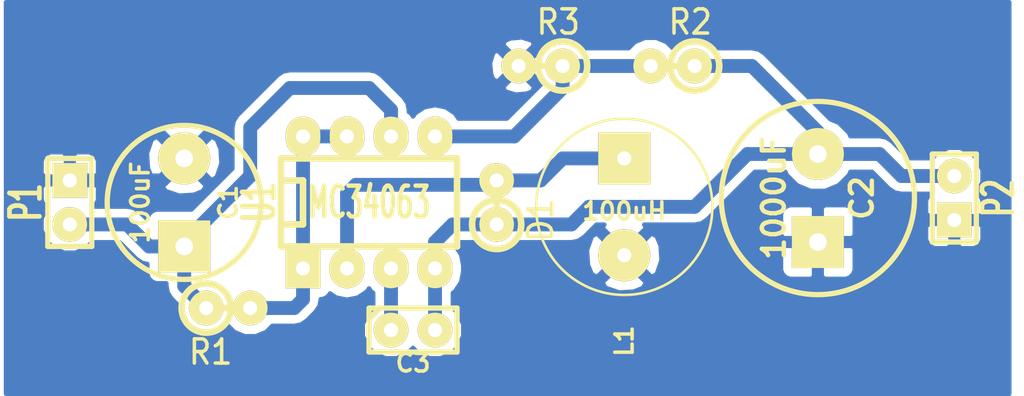
<source format=kicad_pcb>
(kicad_pcb (version 3) (host pcbnew "(2013-may-18)-stable")

  (general
    (links 21)
    (no_connects 0)
    (area 113.53673 64.77 172.21327 87.900933)
    (thickness 1.6)
    (drawings 0)
    (tracks 46)
    (zones 0)
    (modules 11)
    (nets 8)
  )

  (page A4)
  (layers
    (15 F.Cu signal)
    (0 B.Cu signal)
    (16 B.Adhes user)
    (17 F.Adhes user)
    (18 B.Paste user)
    (19 F.Paste user)
    (20 B.SilkS user)
    (21 F.SilkS user)
    (22 B.Mask user)
    (23 F.Mask user)
    (24 Dwgs.User user)
    (25 Cmts.User user)
    (26 Eco1.User user)
    (27 Eco2.User user)
    (28 Edge.Cuts user)
  )

  (setup
    (last_trace_width 0.8)
    (user_trace_width 0.4)
    (user_trace_width 0.6)
    (user_trace_width 0.8)
    (user_trace_width 1)
    (trace_clearance 0.254)
    (zone_clearance 0.5)
    (zone_45_only yes)
    (trace_min 0.254)
    (segment_width 0.2)
    (edge_width 0.15)
    (via_size 0.889)
    (via_drill 0.635)
    (via_min_size 0.889)
    (via_min_drill 0.508)
    (uvia_size 0.508)
    (uvia_drill 0.127)
    (uvias_allowed no)
    (uvia_min_size 0.508)
    (uvia_min_drill 0.127)
    (pcb_text_width 0.3)
    (pcb_text_size 1 1)
    (mod_edge_width 0.15)
    (mod_text_size 1 1)
    (mod_text_width 0.15)
    (pad_size 3 3)
    (pad_drill 1.016)
    (pad_to_mask_clearance 0)
    (aux_axis_origin 0 0)
    (visible_elements FFFEFFFF)
    (pcbplotparams
      (layerselection 1)
      (usegerberextensions false)
      (excludeedgelayer true)
      (linewidth 0.150000)
      (plotframeref false)
      (viasonmask false)
      (mode 1)
      (useauxorigin false)
      (hpglpennumber 1)
      (hpglpenspeed 20)
      (hpglpendiameter 15)
      (hpglpenoverlay 2)
      (psnegative false)
      (psa4output true)
      (plotreference true)
      (plotvalue true)
      (plotothertext true)
      (plotinvisibletext false)
      (padsonsilk false)
      (subtractmaskfromsilk false)
      (outputformat 2)
      (mirror false)
      (drillshape 1)
      (scaleselection 1)
      (outputdirectory ""))
  )

  (net 0 "")
  (net 1 GND)
  (net 2 N-000001)
  (net 3 N-000002)
  (net 4 N-000004)
  (net 5 N-000005)
  (net 6 N-000006)
  (net 7 N-000007)

  (net_class Default "This is the default net class."
    (clearance 0.254)
    (trace_width 0.254)
    (via_dia 0.889)
    (via_drill 0.635)
    (uvia_dia 0.508)
    (uvia_drill 0.127)
    (add_net "")
    (add_net GND)
    (add_net N-000001)
    (add_net N-000002)
    (add_net N-000004)
    (add_net N-000005)
    (add_net N-000006)
    (add_net N-000007)
  )

  (module INDUCTOR_V (layer F.Cu) (tedit 54593F5F) (tstamp 545904F1)
    (at 149.352 76.708 270)
    (descr "Inductor (vertical)")
    (tags INDUCTOR)
    (path /5458FC75)
    (fp_text reference L1 (at 7.747 0 270) (layer F.SilkS)
      (effects (font (size 1.00076 1.00076) (thickness 0.2032)))
    )
    (fp_text value 100uH (at 0.254 0 360) (layer F.SilkS)
      (effects (font (size 1.00076 1.00076) (thickness 0.2032)))
    )
    (fp_circle (center 0 0) (end 5.08 -0.254) (layer F.SilkS) (width 0.15))
    (pad 1 thru_hole rect (at -2.794 0 270) (size 3 3) (drill 0.8128)
      (layers *.Cu *.Mask F.SilkS)
      (net 2 N-000001)
    )
    (pad 2 thru_hole circle (at 2.794 0 270) (size 3 3) (drill 0.8128)
      (layers *.Cu *.Mask F.SilkS)
      (net 1 GND)
    )
    (model discret/inductorV.wrl
      (at (xyz 0 0 0))
      (scale (xyz 2 2 2))
      (rotate (xyz 0 0 0))
    )
  )

  (module SIL-2 (layer F.Cu) (tedit 545907B4) (tstamp 545904C0)
    (at 117.348 76.454 270)
    (descr "Connecteurs 2 pins")
    (tags "CONN DEV")
    (path /5458FADA)
    (fp_text reference P1 (at 0 2.54 270) (layer F.SilkS)
      (effects (font (size 1.72974 1.08712) (thickness 0.3048)))
    )
    (fp_text value Vin (at 4.572 0 270) (layer F.SilkS) hide
      (effects (font (size 1.524 1.016) (thickness 0.3048)))
    )
    (fp_line (start -2.54 1.27) (end -2.54 -1.27) (layer F.SilkS) (width 0.3048))
    (fp_line (start -2.54 -1.27) (end 2.54 -1.27) (layer F.SilkS) (width 0.3048))
    (fp_line (start 2.54 -1.27) (end 2.54 1.27) (layer F.SilkS) (width 0.3048))
    (fp_line (start 2.54 1.27) (end -2.54 1.27) (layer F.SilkS) (width 0.3048))
    (pad 1 thru_hole rect (at -1.27 0 270) (size 2 2) (drill 0.8128)
      (layers *.Cu *.Mask F.SilkS)
      (net 1 GND)
    )
    (pad 2 thru_hole circle (at 1.27 0 270) (size 2 2) (drill 0.8128)
      (layers *.Cu *.Mask F.SilkS)
      (net 6 N-000006)
    )
  )

  (module SIL-2 (layer F.Cu) (tedit 545907B9) (tstamp 545904CA)
    (at 168.402 76.2 90)
    (descr "Connecteurs 2 pins")
    (tags "CONN DEV")
    (path /5458FDC1)
    (fp_text reference P2 (at 0 2.54 90) (layer F.SilkS)
      (effects (font (size 1.72974 1.08712) (thickness 0.3048)))
    )
    (fp_text value Vout (at -5.334 0 90) (layer F.SilkS) hide
      (effects (font (size 1.524 1.016) (thickness 0.3048)))
    )
    (fp_line (start -2.54 1.27) (end -2.54 -1.27) (layer F.SilkS) (width 0.3048))
    (fp_line (start -2.54 -1.27) (end 2.54 -1.27) (layer F.SilkS) (width 0.3048))
    (fp_line (start 2.54 -1.27) (end 2.54 1.27) (layer F.SilkS) (width 0.3048))
    (fp_line (start 2.54 1.27) (end -2.54 1.27) (layer F.SilkS) (width 0.3048))
    (pad 1 thru_hole rect (at -1.27 0 90) (size 2 2) (drill 0.8128)
      (layers *.Cu *.Mask F.SilkS)
      (net 1 GND)
    )
    (pad 2 thru_hole circle (at 1.27 0 90) (size 2 2) (drill 0.8128)
      (layers *.Cu *.Mask F.SilkS)
      (net 4 N-000004)
    )
  )

  (module R1 (layer F.Cu) (tedit 545907C9) (tstamp 545904D2)
    (at 126.492 82.55)
    (descr "Resistance verticale")
    (tags R)
    (path /5458FBBB)
    (autoplace_cost90 10)
    (autoplace_cost180 10)
    (fp_text reference R1 (at -1.016 2.54) (layer F.SilkS)
      (effects (font (size 1.397 1.27) (thickness 0.2032)))
    )
    (fp_text value 0R22 (at 0 3.048) (layer F.SilkS) hide
      (effects (font (size 1.397 1.27) (thickness 0.2032)))
    )
    (fp_line (start -1.27 0) (end 1.27 0) (layer F.SilkS) (width 0.381))
    (fp_circle (center -1.27 0) (end -0.635 1.27) (layer F.SilkS) (width 0.381))
    (pad 1 thru_hole circle (at -1.27 0) (size 2 2) (drill 0.8128)
      (layers *.Cu *.Mask F.SilkS)
      (net 6 N-000006)
    )
    (pad 2 thru_hole circle (at 1.27 0) (size 2 2) (drill 0.8128)
      (layers *.Cu *.Mask F.SilkS)
      (net 7 N-000007)
    )
    (model discret/verti_resistor.wrl
      (at (xyz 0 0 0))
      (scale (xyz 1 1 1))
      (rotate (xyz 0 0 0))
    )
  )

  (module R1 (layer F.Cu) (tedit 54590680) (tstamp 545904DA)
    (at 141.986 76.454 90)
    (descr "Resistance verticale")
    (tags R)
    (path /5458FD18)
    (autoplace_cost90 10)
    (autoplace_cost180 10)
    (fp_text reference D1 (at -1.016 2.54 90) (layer F.SilkS)
      (effects (font (size 1.397 1.27) (thickness 0.2032)))
    )
    (fp_text value 1N5819 (at -6.858 0.508 90) (layer F.SilkS) hide
      (effects (font (size 1.397 1.27) (thickness 0.2032)))
    )
    (fp_line (start -1.27 0) (end 1.27 0) (layer F.SilkS) (width 0.381))
    (fp_circle (center -1.27 0) (end -0.635 1.27) (layer F.SilkS) (width 0.381))
    (pad 1 thru_hole circle (at -1.27 0 90) (size 2 2) (drill 0.8128)
      (layers *.Cu *.Mask F.SilkS)
      (net 4 N-000004)
    )
    (pad 2 thru_hole circle (at 1.27 0 90) (size 2 2) (drill 0.8128)
      (layers *.Cu *.Mask F.SilkS)
      (net 2 N-000001)
    )
    (model discret/verti_resistor.wrl
      (at (xyz 0 0 0))
      (scale (xyz 1 1 1))
      (rotate (xyz 0 0 0))
    )
  )

  (module R1 (layer F.Cu) (tedit 200000) (tstamp 545904E2)
    (at 152.146 68.58 180)
    (descr "Resistance verticale")
    (tags R)
    (path /5458FE31)
    (autoplace_cost90 10)
    (autoplace_cost180 10)
    (fp_text reference R2 (at -1.016 2.54 180) (layer F.SilkS)
      (effects (font (size 1.397 1.27) (thickness 0.2032)))
    )
    (fp_text value 1k5 (at -1.143 2.54 180) (layer F.SilkS) hide
      (effects (font (size 1.397 1.27) (thickness 0.2032)))
    )
    (fp_line (start -1.27 0) (end 1.27 0) (layer F.SilkS) (width 0.381))
    (fp_circle (center -1.27 0) (end -0.635 1.27) (layer F.SilkS) (width 0.381))
    (pad 1 thru_hole circle (at -1.27 0 180) (size 2 2) (drill 0.8128)
      (layers *.Cu *.Mask F.SilkS)
      (net 4 N-000004)
    )
    (pad 2 thru_hole circle (at 1.27 0 180) (size 2 2) (drill 0.8128)
      (layers *.Cu *.Mask F.SilkS)
      (net 3 N-000002)
    )
    (model discret/verti_resistor.wrl
      (at (xyz 0 0 0))
      (scale (xyz 1 1 1))
      (rotate (xyz 0 0 0))
    )
  )

  (module R1 (layer F.Cu) (tedit 545907AE) (tstamp 545904EA)
    (at 144.526 68.58 180)
    (descr "Resistance verticale")
    (tags R)
    (path /5458FE98)
    (autoplace_cost90 10)
    (autoplace_cost180 10)
    (fp_text reference R3 (at -1.016 2.54 180) (layer F.SilkS)
      (effects (font (size 1.397 1.27) (thickness 0.2032)))
    )
    (fp_text value 13k (at -4.826 0 180) (layer F.SilkS) hide
      (effects (font (size 1.397 1.27) (thickness 0.2032)))
    )
    (fp_line (start -1.27 0) (end 1.27 0) (layer F.SilkS) (width 0.381))
    (fp_circle (center -1.27 0) (end -0.635 1.27) (layer F.SilkS) (width 0.381))
    (pad 1 thru_hole circle (at -1.27 0 180) (size 2 2) (drill 0.8128)
      (layers *.Cu *.Mask F.SilkS)
      (net 3 N-000002)
    )
    (pad 2 thru_hole circle (at 1.27 0 180) (size 2 2) (drill 0.8128)
      (layers *.Cu *.Mask F.SilkS)
      (net 1 GND)
    )
    (model discret/verti_resistor.wrl
      (at (xyz 0 0 0))
      (scale (xyz 1 1 1))
      (rotate (xyz 0 0 0))
    )
  )

  (module DIP-8__300_ELL (layer F.Cu) (tedit 54593257) (tstamp 54590504)
    (at 134.62 76.454)
    (descr "8 pins DIL package, elliptical pads")
    (tags DIL)
    (path /5458F12C)
    (fp_text reference U1 (at -6.35 0 90) (layer F.SilkS)
      (effects (font (size 1.778 1.143) (thickness 0.3048)))
    )
    (fp_text value MC34063 (at 0 0) (layer F.SilkS)
      (effects (font (size 1.778 1.016) (thickness 0.3048)))
    )
    (fp_line (start -5.08 -1.27) (end -3.81 -1.27) (layer F.SilkS) (width 0.381))
    (fp_line (start -3.81 -1.27) (end -3.81 1.27) (layer F.SilkS) (width 0.381))
    (fp_line (start -3.81 1.27) (end -5.08 1.27) (layer F.SilkS) (width 0.381))
    (fp_line (start -5.08 -2.54) (end 5.08 -2.54) (layer F.SilkS) (width 0.381))
    (fp_line (start 5.08 -2.54) (end 5.08 2.54) (layer F.SilkS) (width 0.381))
    (fp_line (start 5.08 2.54) (end -5.08 2.54) (layer F.SilkS) (width 0.381))
    (fp_line (start -5.08 2.54) (end -5.08 -2.54) (layer F.SilkS) (width 0.381))
    (pad 1 thru_hole rect (at -3.81 3.81) (size 2 2.286) (drill 0.8128)
      (layers *.Cu *.Mask F.SilkS)
      (net 7 N-000007)
    )
    (pad 2 thru_hole oval (at -1.27 3.81) (size 2 2.286) (drill 0.8128)
      (layers *.Cu *.Mask F.SilkS)
      (net 2 N-000001)
    )
    (pad 3 thru_hole oval (at 1.27 3.81) (size 2 2.286) (drill 0.8128)
      (layers *.Cu *.Mask F.SilkS)
      (net 5 N-000005)
    )
    (pad 4 thru_hole oval (at 3.81 3.81) (size 2 2.286) (drill 0.8128)
      (layers *.Cu *.Mask F.SilkS)
      (net 4 N-000004)
    )
    (pad 5 thru_hole oval (at 3.81 -3.81) (size 2 2.286) (drill 0.8128)
      (layers *.Cu *.Mask F.SilkS)
      (net 3 N-000002)
    )
    (pad 6 thru_hole oval (at 1.27 -3.81) (size 2 2.286) (drill 0.8128)
      (layers *.Cu *.Mask F.SilkS)
      (net 6 N-000006)
    )
    (pad 7 thru_hole oval (at -1.27 -3.81) (size 2 2.286) (drill 0.8128)
      (layers *.Cu *.Mask F.SilkS)
      (net 7 N-000007)
    )
    (pad 8 thru_hole oval (at -3.81 -3.81) (size 2 2.286) (drill 0.8128)
      (layers *.Cu *.Mask F.SilkS)
      (net 7 N-000007)
    )
    (model dil/dil_8.wrl
      (at (xyz 0 0 0))
      (scale (xyz 1 1 1))
      (rotate (xyz 0 0 0))
    )
  )

  (module C1 (layer F.Cu) (tedit 545907C7) (tstamp 5459051F)
    (at 137.16 83.82)
    (descr "Condensateur e = 1 pas")
    (tags C)
    (path /5458FC07)
    (fp_text reference C3 (at 0 1.905) (layer F.SilkS)
      (effects (font (size 1.016 1.016) (thickness 0.2032)))
    )
    (fp_text value 1n5 (at -4.826 0) (layer F.SilkS) hide
      (effects (font (size 1.016 1.016) (thickness 0.2032)))
    )
    (fp_line (start -2.4892 -1.27) (end 2.54 -1.27) (layer F.SilkS) (width 0.3048))
    (fp_line (start 2.54 -1.27) (end 2.54 1.27) (layer F.SilkS) (width 0.3048))
    (fp_line (start 2.54 1.27) (end -2.54 1.27) (layer F.SilkS) (width 0.3048))
    (fp_line (start -2.54 1.27) (end -2.54 -1.27) (layer F.SilkS) (width 0.3048))
    (fp_line (start -2.54 -0.635) (end -1.905 -1.27) (layer F.SilkS) (width 0.3048))
    (pad 1 thru_hole circle (at -1.27 0) (size 2 2) (drill 0.8128)
      (layers *.Cu *.Mask F.SilkS)
      (net 5 N-000005)
    )
    (pad 2 thru_hole circle (at 1.27 0) (size 2 2) (drill 0.8128)
      (layers *.Cu *.Mask F.SilkS)
      (net 4 N-000004)
    )
    (model discret/capa_1_pas.wrl
      (at (xyz 0 0 0))
      (scale (xyz 1 1 1))
      (rotate (xyz 0 0 0))
    )
  )

  (module C2V8 (layer F.Cu) (tedit 54593F6E) (tstamp 54590663)
    (at 123.952 76.454 90)
    (descr "Condensateur polarise")
    (tags CP)
    (path /5458FACB)
    (fp_text reference C1 (at 0 2.54 90) (layer F.SilkS)
      (effects (font (size 1.016 1.016) (thickness 0.2032)))
    )
    (fp_text value 100uF (at 0 -2.54 90) (layer F.SilkS)
      (effects (font (size 1.016 1.016) (thickness 0.2032)))
    )
    (fp_circle (center 0 0) (end -4.445 0) (layer F.SilkS) (width 0.3048))
    (pad 1 thru_hole rect (at -2.54 0 90) (size 3 3) (drill 1.016)
      (layers *.Cu *.Mask F.SilkS)
      (net 6 N-000006)
    )
    (pad 2 thru_hole circle (at 2.54 0 90) (size 3 3) (drill 1.016)
      (layers *.Cu *.Mask F.SilkS)
      (net 1 GND)
    )
    (model discret/c_vert_c2v10.wrl
      (at (xyz 0 0 0))
      (scale (xyz 1 1 1))
      (rotate (xyz 0 0 0))
    )
  )

  (module C2V10 (layer F.Cu) (tedit 54593F53) (tstamp 54593F54)
    (at 160.528 76.2 90)
    (descr "Condensateur polarise")
    (tags CP)
    (path /5458FD61)
    (fp_text reference C2 (at 0 2.54 90) (layer F.SilkS)
      (effects (font (size 1.27 1.27) (thickness 0.254)))
    )
    (fp_text value 1000uF (at 0 -2.54 90) (layer F.SilkS)
      (effects (font (size 1.27 1.27) (thickness 0.254)))
    )
    (fp_circle (center 0 0) (end 4.826 -2.794) (layer F.SilkS) (width 0.3048))
    (pad 1 thru_hole rect (at -2.54 0 90) (size 3 3) (drill 1.016)
      (layers *.Cu *.Mask F.SilkS)
      (net 1 GND)
    )
    (pad 2 thru_hole circle (at 2.54 0 90) (size 3 3) (drill 1.016)
      (layers *.Cu *.Mask F.SilkS)
      (net 4 N-000004)
    )
    (model discret/c_vert_c2v10.wrl
      (at (xyz 0 0 0))
      (scale (xyz 1 1 1))
      (rotate (xyz 0 0 0))
    )
  )

  (segment (start 117.348 75.184) (end 122.682 75.184) (width 0.8) (layer B.Cu) (net 1))
  (segment (start 122.682 75.184) (end 123.952 73.914) (width 0.8) (layer B.Cu) (net 1) (tstamp 54593BAB))
  (segment (start 149.352 73.914) (end 145.796 73.914) (width 0.8) (layer B.Cu) (net 2))
  (segment (start 144.526 75.184) (end 141.986 75.184) (width 0.8) (layer B.Cu) (net 2) (tstamp 54593C21))
  (segment (start 145.796 73.914) (end 144.526 75.184) (width 0.8) (layer B.Cu) (net 2) (tstamp 54593C20))
  (segment (start 133.35 80.264) (end 133.35 75.946) (width 0.8) (layer B.Cu) (net 2))
  (segment (start 141.732 75.438) (end 141.986 75.184) (width 0.8) (layer B.Cu) (net 2) (tstamp 54590781))
  (segment (start 133.858 75.438) (end 141.732 75.438) (width 0.8) (layer B.Cu) (net 2) (tstamp 54590780))
  (segment (start 133.35 75.946) (end 133.858 75.438) (width 0.8) (layer B.Cu) (net 2) (tstamp 5459077F))
  (segment (start 145.796 68.58) (end 150.876 68.58) (width 0.8) (layer B.Cu) (net 3))
  (segment (start 138.43 72.644) (end 143.002 72.644) (width 0.8) (layer B.Cu) (net 3))
  (segment (start 145.796 69.85) (end 145.796 68.58) (width 0.8) (layer B.Cu) (net 3) (tstamp 54593C1B))
  (segment (start 143.002 72.644) (end 145.796 69.85) (width 0.8) (layer B.Cu) (net 3) (tstamp 54593C1A))
  (segment (start 160.528 73.66) (end 160.528 72.39) (width 0.8) (layer B.Cu) (net 4))
  (segment (start 156.718 68.58) (end 153.416 68.58) (width 0.8) (layer B.Cu) (net 4) (tstamp 54593C08))
  (segment (start 160.528 72.39) (end 156.718 68.58) (width 0.8) (layer B.Cu) (net 4) (tstamp 54593C07))
  (segment (start 160.528 73.66) (end 164.084 73.66) (width 0.8) (layer B.Cu) (net 4))
  (segment (start 165.354 74.93) (end 168.402 74.93) (width 0.8) (layer B.Cu) (net 4) (tstamp 54593C04))
  (segment (start 164.084 73.66) (end 165.354 74.93) (width 0.8) (layer B.Cu) (net 4) (tstamp 54593C03))
  (segment (start 141.986 77.724) (end 146.304 77.724) (width 0.8) (layer B.Cu) (net 4))
  (segment (start 156.464 73.66) (end 160.528 73.66) (width 0.8) (layer B.Cu) (net 4) (tstamp 54593C00))
  (segment (start 153.416 76.708) (end 156.464 73.66) (width 0.8) (layer B.Cu) (net 4) (tstamp 54593BFF))
  (segment (start 147.32 76.708) (end 153.416 76.708) (width 0.8) (layer B.Cu) (net 4) (tstamp 54593BFE))
  (segment (start 146.304 77.724) (end 147.32 76.708) (width 0.8) (layer B.Cu) (net 4) (tstamp 54593BFD))
  (segment (start 138.43 80.264) (end 138.43 78.74) (width 0.8) (layer B.Cu) (net 4))
  (segment (start 139.446 77.724) (end 141.986 77.724) (width 0.8) (layer B.Cu) (net 4) (tstamp 5459078B))
  (segment (start 138.43 78.74) (end 139.446 77.724) (width 0.8) (layer B.Cu) (net 4) (tstamp 5459078A))
  (segment (start 138.43 80.264) (end 138.43 83.82) (width 0.8) (layer B.Cu) (net 4))
  (segment (start 135.89 80.264) (end 135.89 83.82) (width 0.8) (layer B.Cu) (net 5))
  (segment (start 123.952 78.994) (end 123.952 78.74) (width 0.8) (layer B.Cu) (net 6))
  (segment (start 135.89 71.12) (end 135.89 72.644) (width 0.8) (layer B.Cu) (net 6) (tstamp 54593BFA))
  (segment (start 134.62 69.85) (end 135.89 71.12) (width 0.8) (layer B.Cu) (net 6) (tstamp 54593BF9))
  (segment (start 130.048 69.85) (end 134.62 69.85) (width 0.8) (layer B.Cu) (net 6) (tstamp 54593BF8))
  (segment (start 127.762 72.136) (end 130.048 69.85) (width 0.8) (layer B.Cu) (net 6) (tstamp 54593BF7))
  (segment (start 127.762 74.93) (end 127.762 72.136) (width 0.8) (layer B.Cu) (net 6) (tstamp 54593BF5))
  (segment (start 123.952 78.74) (end 127.762 74.93) (width 0.8) (layer B.Cu) (net 6) (tstamp 54593BF4))
  (segment (start 123.952 78.994) (end 123.952 81.28) (width 0.8) (layer B.Cu) (net 6))
  (segment (start 123.952 81.28) (end 125.222 82.55) (width 0.8) (layer B.Cu) (net 6) (tstamp 54593BED))
  (segment (start 123.952 78.994) (end 121.92 78.994) (width 0.8) (layer B.Cu) (net 6))
  (segment (start 120.65 77.724) (end 117.348 77.724) (width 0.8) (layer B.Cu) (net 6) (tstamp 54593BEA))
  (segment (start 121.92 78.994) (end 120.65 77.724) (width 0.8) (layer B.Cu) (net 6) (tstamp 54593BE9))
  (segment (start 127.762 82.55) (end 130.302 82.55) (width 0.8) (layer B.Cu) (net 7))
  (segment (start 130.81 82.042) (end 130.81 80.264) (width 0.8) (layer B.Cu) (net 7) (tstamp 54593BF1))
  (segment (start 130.302 82.55) (end 130.81 82.042) (width 0.8) (layer B.Cu) (net 7) (tstamp 54593BF0))
  (segment (start 130.81 72.644) (end 133.35 72.644) (width 0.8) (layer B.Cu) (net 7))
  (segment (start 130.81 80.264) (end 130.81 72.644) (width 0.8) (layer B.Cu) (net 7))

  (zone (net 1) (net_name GND) (layer B.Cu) (tstamp 545907D1) (hatch edge 0.508)
    (connect_pads (clearance 0.5))
    (min_thickness 0.254)
    (fill (arc_segments 16) (thermal_gap 0.5) (thermal_bridge_width 0.7))
    (polygon
      (pts
        (xy 113.538 64.77) (xy 113.538 87.63) (xy 171.704 87.63) (xy 171.704 64.77) (xy 161.29 64.77)
      )
    )
    (filled_polygon
      (pts
        (xy 171.577 87.503) (xy 170.029281 87.503) (xy 170.029281 74.60779) (xy 169.782107 74.009583) (xy 169.324824 73.551501)
        (xy 168.72705 73.303284) (xy 168.07979 73.302719) (xy 167.481583 73.549893) (xy 167.127859 73.903) (xy 165.779398 73.903)
        (xy 164.810199 72.933801) (xy 164.477016 72.711176) (xy 164.084 72.633) (xy 162.405068 72.633) (xy 162.332234 72.456726)
        (xy 161.734422 71.857869) (xy 161.245068 71.654671) (xy 157.444199 67.853801) (xy 157.111016 67.631176) (xy 156.718 67.553)
        (xy 154.689709 67.553) (xy 154.338824 67.201501) (xy 153.74105 66.953284) (xy 153.09379 66.952719) (xy 152.495583 67.199893)
        (xy 152.145791 67.549074) (xy 151.798824 67.201501) (xy 151.20105 66.953284) (xy 150.55379 66.952719) (xy 149.955583 67.199893)
        (xy 149.601859 67.553) (xy 147.069709 67.553) (xy 146.718824 67.201501) (xy 146.12105 66.953284) (xy 145.47379 66.952719)
        (xy 144.875583 67.199893) (xy 144.417501 67.657176) (xy 144.363042 67.788326) (xy 144.148707 68.002661) (xy 144.148707 67.371924)
        (xy 144.0418 67.119049) (xy 143.422903 66.929545) (xy 142.778596 66.991307) (xy 142.4702 67.119049) (xy 142.363293 67.371924)
        (xy 143.256 68.26463) (xy 144.148707 67.371924) (xy 144.148707 68.002661) (xy 143.57137 68.58) (xy 144.362454 69.371085)
        (xy 144.415893 69.500417) (xy 144.554418 69.639184) (xy 144.148707 70.044895) (xy 144.148707 69.788076) (xy 143.256 68.89537)
        (xy 142.94063 69.210739) (xy 142.94063 68.58) (xy 142.047924 67.687293) (xy 141.795049 67.7942) (xy 141.605545 68.413097)
        (xy 141.667307 69.057404) (xy 141.795049 69.3658) (xy 142.047924 69.472707) (xy 142.94063 68.58) (xy 142.94063 69.210739)
        (xy 142.363293 69.788076) (xy 142.4702 70.040951) (xy 143.089097 70.230455) (xy 143.733404 70.168693) (xy 144.0418 70.040951)
        (xy 144.148707 69.788076) (xy 144.148707 70.044895) (xy 142.576602 71.617) (xy 139.781677 71.617) (xy 139.580463 71.315861)
        (xy 139.052626 70.963172) (xy 138.43 70.839324) (xy 137.807374 70.963172) (xy 137.279537 71.315861) (xy 137.16 71.49476)
        (xy 137.040463 71.315861) (xy 136.917 71.233365) (xy 136.917 71.12) (xy 136.838824 70.726984) (xy 136.616199 70.393801)
        (xy 135.346199 69.123801) (xy 135.013016 68.901176) (xy 134.62 68.823) (xy 130.048 68.823) (xy 129.654984 68.901176)
        (xy 129.321801 69.123801) (xy 127.035801 71.409801) (xy 126.813176 71.742984) (xy 126.735 72.136) (xy 126.735 74.504602)
        (xy 126.101629 75.137973) (xy 126.101629 74.200744) (xy 126.04773 73.356289) (xy 125.828267 72.826456) (xy 125.523561 72.657809)
        (xy 125.208191 72.973179) (xy 125.208191 72.342439) (xy 125.039544 72.037733) (xy 124.238744 71.764371) (xy 123.394289 71.81827)
        (xy 122.864456 72.037733) (xy 122.695809 72.342439) (xy 123.952 73.59863) (xy 125.208191 72.342439) (xy 125.208191 72.973179)
        (xy 124.26737 73.914) (xy 125.523561 75.170191) (xy 125.828267 75.001544) (xy 126.101629 74.200744) (xy 126.101629 75.137973)
        (xy 125.208191 76.031411) (xy 125.208191 75.485561) (xy 123.952 74.22937) (xy 123.63663 74.54474) (xy 123.63663 73.914)
        (xy 122.380439 72.657809) (xy 122.075733 72.826456) (xy 121.802371 73.627256) (xy 121.85627 74.471711) (xy 122.075733 75.001544)
        (xy 122.380439 75.170191) (xy 123.63663 73.914) (xy 123.63663 74.54474) (xy 122.695809 75.485561) (xy 122.864456 75.790267)
        (xy 123.665256 76.063629) (xy 124.509711 76.00973) (xy 125.039544 75.790267) (xy 125.208191 75.485561) (xy 125.208191 76.031411)
        (xy 124.37271 76.866892) (xy 122.327829 76.866892) (xy 122.097297 76.962146) (xy 121.920766 77.13837) (xy 121.82511 77.368735)
        (xy 121.825041 77.446643) (xy 121.376199 76.997801) (xy 121.043016 76.775176) (xy 120.65 76.697) (xy 118.721832 76.697)
        (xy 118.879854 76.538703) (xy 118.975108 76.308171) (xy 118.975108 74.059829) (xy 118.879854 73.829297) (xy 118.70363 73.652766)
        (xy 118.473265 73.55711) (xy 118.223829 73.556892) (xy 117.72775 73.557) (xy 117.571 73.71375) (xy 117.571 74.961)
        (xy 118.81825 74.961) (xy 118.975 74.80425) (xy 118.975108 74.059829) (xy 118.975108 76.308171) (xy 118.975 75.56375)
        (xy 118.81825 75.407) (xy 117.571 75.407) (xy 117.571 75.427) (xy 117.125 75.427) (xy 117.125 75.407)
        (xy 117.125 74.961) (xy 117.125 73.71375) (xy 116.96825 73.557) (xy 116.472171 73.556892) (xy 116.222735 73.55711)
        (xy 115.99237 73.652766) (xy 115.816146 73.829297) (xy 115.720892 74.059829) (xy 115.721 74.80425) (xy 115.87775 74.961)
        (xy 117.125 74.961) (xy 117.125 75.407) (xy 115.87775 75.407) (xy 115.721 75.56375) (xy 115.720892 76.308171)
        (xy 115.816146 76.538703) (xy 115.99237 76.715234) (xy 116.03702 76.733774) (xy 115.969501 76.801176) (xy 115.721284 77.39895)
        (xy 115.720719 78.04621) (xy 115.967893 78.644417) (xy 116.425176 79.102499) (xy 117.02295 79.350716) (xy 117.67021 79.351281)
        (xy 118.268417 79.104107) (xy 118.62214 78.751) (xy 120.224602 78.751) (xy 121.193801 79.720199) (xy 121.526984 79.942824)
        (xy 121.824892 80.002081) (xy 121.824892 80.618171) (xy 121.920146 80.848703) (xy 122.09637 81.025234) (xy 122.326735 81.12089)
        (xy 122.576171 81.121108) (xy 122.925 81.121108) (xy 122.925 81.28) (xy 123.003176 81.673016) (xy 123.225801 82.006199)
        (xy 123.595152 82.37555) (xy 123.594719 82.87221) (xy 123.841893 83.470417) (xy 124.299176 83.928499) (xy 124.89695 84.176716)
        (xy 125.54421 84.177281) (xy 126.142417 83.930107) (xy 126.492208 83.580925) (xy 126.839176 83.928499) (xy 127.43695 84.176716)
        (xy 128.08421 84.177281) (xy 128.682417 83.930107) (xy 129.03614 83.577) (xy 130.302 83.577) (xy 130.695016 83.498824)
        (xy 131.028199 83.276199) (xy 131.536195 82.768201) (xy 131.536198 82.768199) (xy 131.536199 82.768199) (xy 131.758824 82.435016)
        (xy 131.837 82.042) (xy 131.837 82.034108) (xy 131.934171 82.034108) (xy 132.164703 81.938854) (xy 132.341234 81.76263)
        (xy 132.365876 81.703283) (xy 132.727374 81.944828) (xy 133.35 82.068676) (xy 133.972626 81.944828) (xy 134.500463 81.592139)
        (xy 134.62 81.413239) (xy 134.739537 81.592139) (xy 134.863 81.674634) (xy 134.863 82.54629) (xy 134.511501 82.897176)
        (xy 134.263284 83.49495) (xy 134.262719 84.14221) (xy 134.509893 84.740417) (xy 134.967176 85.198499) (xy 135.56495 85.446716)
        (xy 136.21221 85.447281) (xy 136.810417 85.200107) (xy 137.160208 84.850925) (xy 137.507176 85.198499) (xy 138.10495 85.446716)
        (xy 138.75221 85.447281) (xy 139.350417 85.200107) (xy 139.808499 84.742824) (xy 140.056716 84.14505) (xy 140.057281 83.49779)
        (xy 139.810107 82.899583) (xy 139.457 82.545859) (xy 139.457 81.674634) (xy 139.580463 81.592139) (xy 139.933152 81.064302)
        (xy 140.057 80.441676) (xy 140.057 80.086324) (xy 139.933152 79.463698) (xy 139.62295 78.999447) (xy 139.871397 78.751)
        (xy 140.71229 78.751) (xy 141.063176 79.102499) (xy 141.66095 79.350716) (xy 142.30821 79.351281) (xy 142.906417 79.104107)
        (xy 143.26014 78.751) (xy 146.304 78.751) (xy 146.697016 78.672824) (xy 147.030199 78.450199) (xy 147.745397 77.735)
        (xy 148.203979 77.735) (xy 148.095809 77.930439) (xy 149.352 79.18663) (xy 150.608191 77.930439) (xy 150.50002 77.735)
        (xy 153.416 77.735) (xy 153.809016 77.656824) (xy 154.142199 77.434199) (xy 156.889397 74.687) (xy 158.650931 74.687)
        (xy 158.723766 74.863274) (xy 159.321578 75.462131) (xy 160.103057 75.78663) (xy 160.94923 75.787368) (xy 161.731274 75.464234)
        (xy 162.330131 74.866422) (xy 162.404633 74.687) (xy 163.658602 74.687) (xy 164.627801 75.656199) (xy 164.960984 75.878824)
        (xy 165.354 75.957) (xy 167.028167 75.957) (xy 166.870146 76.115297) (xy 166.774892 76.345829) (xy 166.775 77.09025)
        (xy 166.93175 77.247) (xy 168.179 77.247) (xy 168.179 77.227) (xy 168.625 77.227) (xy 168.625 77.247)
        (xy 169.87225 77.247) (xy 170.029 77.09025) (xy 170.029108 76.345829) (xy 169.933854 76.115297) (xy 169.75763 75.938766)
        (xy 169.712979 75.920225) (xy 169.780499 75.852824) (xy 170.028716 75.25505) (xy 170.029281 74.60779) (xy 170.029281 87.503)
        (xy 170.029108 87.503) (xy 170.029108 78.594171) (xy 170.029 77.84975) (xy 169.87225 77.693) (xy 168.625 77.693)
        (xy 168.625 78.94025) (xy 168.78175 79.097) (xy 169.277829 79.097108) (xy 169.527265 79.09689) (xy 169.75763 79.001234)
        (xy 169.933854 78.824703) (xy 170.029108 78.594171) (xy 170.029108 87.503) (xy 168.179 87.503) (xy 168.179 78.94025)
        (xy 168.179 77.693) (xy 166.93175 77.693) (xy 166.775 77.84975) (xy 166.774892 78.594171) (xy 166.870146 78.824703)
        (xy 167.04637 79.001234) (xy 167.276735 79.09689) (xy 167.526171 79.097108) (xy 168.02225 79.097) (xy 168.179 78.94025)
        (xy 168.179 87.503) (xy 162.655108 87.503) (xy 162.655108 80.364171) (xy 162.655108 77.115829) (xy 162.559854 76.885297)
        (xy 162.38363 76.708766) (xy 162.153265 76.61311) (xy 161.903829 76.612892) (xy 160.90775 76.613) (xy 160.751 76.76975)
        (xy 160.751 78.517) (xy 162.49825 78.517) (xy 162.655 78.36025) (xy 162.655108 77.115829) (xy 162.655108 80.364171)
        (xy 162.655 79.11975) (xy 162.49825 78.963) (xy 160.751 78.963) (xy 160.751 80.71025) (xy 160.90775 80.867)
        (xy 161.903829 80.867108) (xy 162.153265 80.86689) (xy 162.38363 80.771234) (xy 162.559854 80.594703) (xy 162.655108 80.364171)
        (xy 162.655108 87.503) (xy 160.305 87.503) (xy 160.305 80.71025) (xy 160.305 78.963) (xy 160.305 78.517)
        (xy 160.305 76.76975) (xy 160.14825 76.613) (xy 159.152171 76.612892) (xy 158.902735 76.61311) (xy 158.67237 76.708766)
        (xy 158.496146 76.885297) (xy 158.400892 77.115829) (xy 158.401 78.36025) (xy 158.55775 78.517) (xy 160.305 78.517)
        (xy 160.305 78.963) (xy 158.55775 78.963) (xy 158.401 79.11975) (xy 158.400892 80.364171) (xy 158.496146 80.594703)
        (xy 158.67237 80.771234) (xy 158.902735 80.86689) (xy 159.152171 80.867108) (xy 160.14825 80.867) (xy 160.305 80.71025)
        (xy 160.305 87.503) (xy 151.501629 87.503) (xy 151.501629 79.788744) (xy 151.44773 78.944289) (xy 151.228267 78.414456)
        (xy 150.923561 78.245809) (xy 149.66737 79.502) (xy 150.923561 80.758191) (xy 151.228267 80.589544) (xy 151.501629 79.788744)
        (xy 151.501629 87.503) (xy 150.608191 87.503) (xy 150.608191 81.073561) (xy 149.352 79.81737) (xy 149.03663 80.13274)
        (xy 149.03663 79.502) (xy 147.780439 78.245809) (xy 147.475733 78.414456) (xy 147.202371 79.215256) (xy 147.25627 80.059711)
        (xy 147.475733 80.589544) (xy 147.780439 80.758191) (xy 149.03663 79.502) (xy 149.03663 80.13274) (xy 148.095809 81.073561)
        (xy 148.264456 81.378267) (xy 149.065256 81.651629) (xy 149.909711 81.59773) (xy 150.439544 81.378267) (xy 150.608191 81.073561)
        (xy 150.608191 87.503) (xy 113.665 87.503) (xy 113.665 64.897) (xy 161.29 64.897) (xy 171.577 64.897)
        (xy 171.577 87.503)
      )
    )
  )
)

</source>
